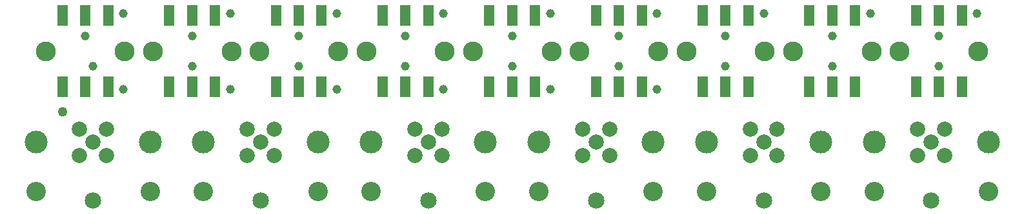
<source format=gbs>
G75*
G70*
%OFA0B0*%
%FSLAX24Y24*%
%IPPOS*%
%LPD*%
%AMOC8*
5,1,8,0,0,1.08239X$1,22.5*
%
%ADD10C,0.0789*%
%ADD11C,0.1182*%
%ADD12C,0.1005*%
%ADD13C,0.0848*%
%ADD14R,0.0580X0.1080*%
%ADD15C,0.1029*%
%ADD16C,0.0456*%
%ADD17C,0.0496*%
D10*
X029638Y003029D03*
X031030Y003029D03*
X030334Y003725D03*
X031030Y004421D03*
X029638Y004421D03*
X038299Y004421D03*
X039691Y004421D03*
X038995Y003725D03*
X038299Y003029D03*
X039691Y003029D03*
X046961Y003029D03*
X048353Y003029D03*
X047657Y003725D03*
X048353Y004421D03*
X046961Y004421D03*
X055622Y004421D03*
X057014Y004421D03*
X056318Y003725D03*
X055622Y003029D03*
X057014Y003029D03*
X064284Y003029D03*
X065676Y003029D03*
X064980Y003725D03*
X065676Y004421D03*
X064284Y004421D03*
X072945Y004421D03*
X073641Y003725D03*
X074337Y004421D03*
X074337Y003029D03*
X072945Y003029D03*
D11*
X070688Y003725D03*
X067932Y003725D03*
X062027Y003725D03*
X059271Y003725D03*
X053365Y003725D03*
X050609Y003725D03*
X044704Y003725D03*
X041948Y003725D03*
X036043Y003725D03*
X033287Y003725D03*
X027381Y003725D03*
X076594Y003725D03*
D12*
X027381Y001166D03*
X033287Y001166D03*
X036043Y001166D03*
X041948Y001166D03*
X044704Y001166D03*
X050609Y001166D03*
X053365Y001166D03*
X059271Y001166D03*
X062027Y001166D03*
X067932Y001166D03*
X070688Y001166D03*
X076594Y001166D03*
D13*
X073641Y000693D03*
X064980Y000693D03*
X056318Y000693D03*
X047657Y000693D03*
X038995Y000693D03*
X030334Y000693D03*
D14*
X029940Y006599D03*
X031121Y006599D03*
X028759Y006599D03*
X034271Y006599D03*
X035452Y006599D03*
X036633Y006599D03*
X039783Y006599D03*
X040964Y006599D03*
X042145Y006599D03*
X045294Y006599D03*
X046476Y006599D03*
X047657Y006599D03*
X050806Y006599D03*
X051987Y006599D03*
X053169Y006599D03*
X056318Y006599D03*
X057499Y006599D03*
X058680Y006599D03*
X061830Y006599D03*
X063011Y006599D03*
X064192Y006599D03*
X067342Y006599D03*
X068523Y006599D03*
X069704Y006599D03*
X072854Y006599D03*
X074035Y006599D03*
X075216Y006599D03*
X075216Y010299D03*
X074035Y010299D03*
X072854Y010299D03*
X069704Y010299D03*
X068523Y010299D03*
X067342Y010299D03*
X064192Y010299D03*
X063011Y010299D03*
X061830Y010299D03*
X058680Y010299D03*
X057499Y010299D03*
X056318Y010299D03*
X053169Y010299D03*
X051987Y010299D03*
X050806Y010299D03*
X047657Y010299D03*
X046476Y010299D03*
X045294Y010299D03*
X042145Y010299D03*
X040964Y010299D03*
X039783Y010299D03*
X036633Y010299D03*
X035452Y010299D03*
X034271Y010299D03*
X031121Y010299D03*
X029940Y010299D03*
X028759Y010299D03*
D15*
X027913Y008449D03*
X031968Y008449D03*
X033424Y008449D03*
X037480Y008449D03*
X038936Y008449D03*
X042991Y008449D03*
X044448Y008449D03*
X048503Y008449D03*
X049960Y008449D03*
X054015Y008449D03*
X055472Y008449D03*
X059527Y008449D03*
X060983Y008449D03*
X065039Y008449D03*
X066495Y008449D03*
X070550Y008449D03*
X072007Y008449D03*
X076062Y008449D03*
D16*
X074035Y007662D03*
X074035Y009237D03*
X076003Y010418D03*
X070491Y010418D03*
X068523Y009237D03*
X064980Y010418D03*
X063011Y009237D03*
X059468Y010418D03*
X057499Y009237D03*
X053956Y010418D03*
X051987Y009237D03*
X048444Y010418D03*
X046476Y009237D03*
X042932Y010418D03*
X040964Y009237D03*
X037420Y010418D03*
X035452Y009237D03*
X031909Y010418D03*
X029940Y009237D03*
X030334Y007662D03*
X031909Y006481D03*
X035452Y007662D03*
X037420Y006481D03*
X040964Y007662D03*
X042932Y006481D03*
X046476Y007662D03*
X048444Y006481D03*
X051987Y007662D03*
X053956Y006481D03*
X057499Y007662D03*
X059468Y006481D03*
X063011Y007662D03*
X068523Y007662D03*
D17*
X028759Y005300D03*
M02*

</source>
